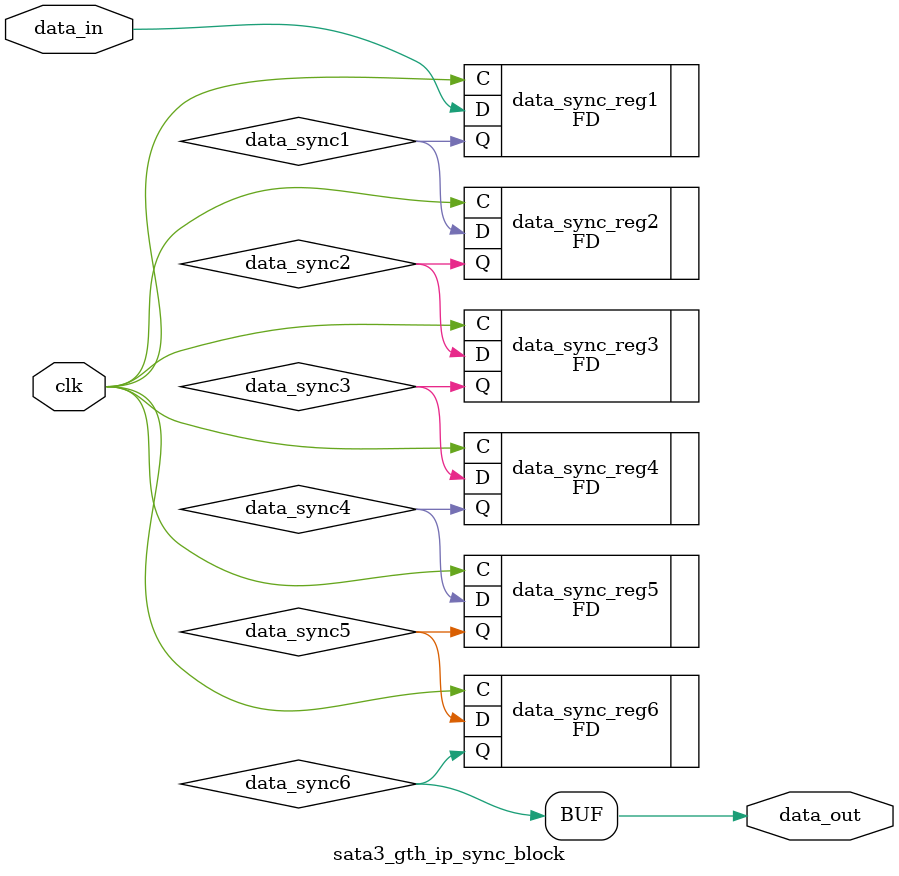
<source format=v>




`timescale 1ps / 1ps

//(* dont_touch = "yes" *)
module sata3_gth_ip_sync_block #(
  parameter INITIALISE = 6'b000000
)
(
  input        clk,              // clock to be sync'ed to
  input        data_in,          // Data to be 'synced'
  output       data_out          // synced data
);

  // Internal Signals
  wire data_sync1;
  wire data_sync2;
  wire data_sync3;
  wire data_sync4;
  wire data_sync5;
  wire data_sync6;


  (* shreg_extract = "no", ASYNC_REG = "TRUE" *)
  FD #(
    .INIT (INITIALISE[0])
  ) data_sync_reg1 (
    .C  (clk),
    .D  (data_in),
    .Q  (data_sync1)
  );


  (* shreg_extract = "no", ASYNC_REG = "TRUE" *)
  FD #(
   .INIT (INITIALISE[1])
  ) data_sync_reg2 (
  .C  (clk),
  .D  (data_sync1),
  .Q  (data_sync2)
  );


  (* shreg_extract = "no", ASYNC_REG = "TRUE" *)
  FD #(
   .INIT (INITIALISE[2])
  ) data_sync_reg3 (
  .C  (clk),
  .D  (data_sync2),
  .Q  (data_sync3)
  );

  (* shreg_extract = "no", ASYNC_REG = "TRUE" *)
  FD #(
   .INIT (INITIALISE[3])
  ) data_sync_reg4 (
  .C  (clk),
  .D  (data_sync3),
  .Q  (data_sync4)
  );

  (* shreg_extract = "no", ASYNC_REG = "TRUE" *)
  FD #(
   .INIT (INITIALISE[4])
  ) data_sync_reg5 (
  .C  (clk),
  .D  (data_sync4),
  .Q  (data_sync5)
  );

  (* shreg_extract = "no", ASYNC_REG = "TRUE" *)
  FD #(
   .INIT (INITIALISE[5])
  ) data_sync_reg6 (
  .C  (clk),
  .D  (data_sync5),
  .Q  (data_sync6)
  );
  assign data_out = data_sync6;



endmodule

</source>
